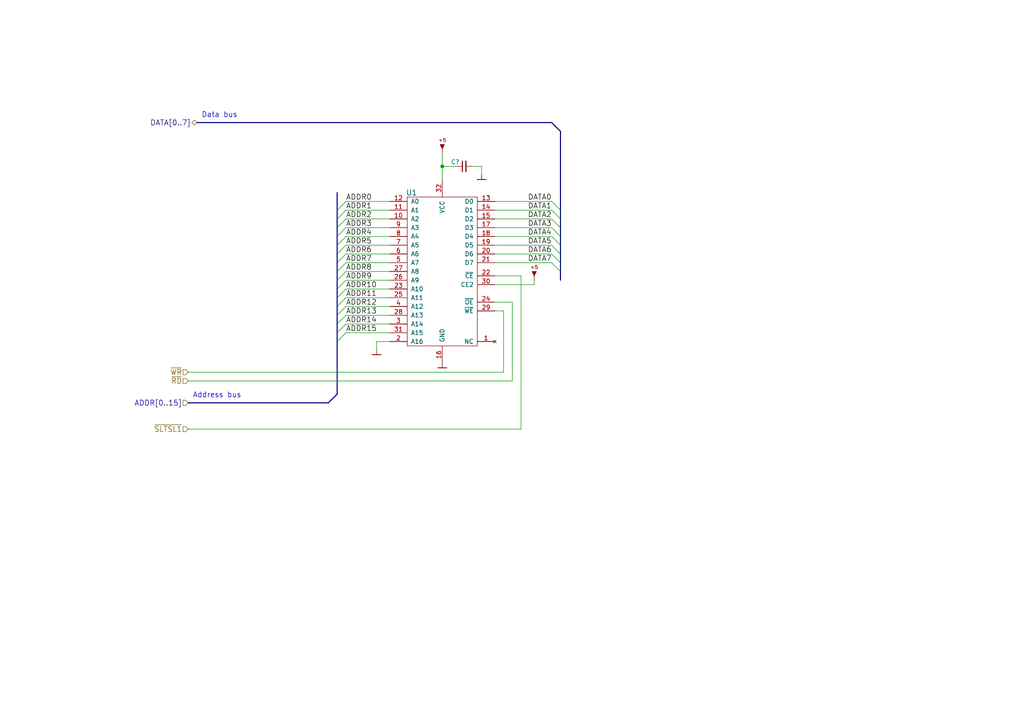
<source format=kicad_sch>
(kicad_sch (version 20211123) (generator eeschema)

  (uuid c3a69550-c4fa-45d1-9aba-0bba47699cca)

  (paper "A4")

  (lib_symbols
    (symbol "artemisa:AS6C1008" (pin_names (offset 1.016)) (in_bom yes) (on_board yes)
      (property "Reference" "U" (id 0) (at -8.89 22.86 0)
        (effects (font (size 1.524 1.524)))
      )
      (property "Value" "AS6C1008" (id 1) (at 12.7 22.86 0)
        (effects (font (size 1.524 1.524)))
      )
      (property "Footprint" "" (id 2) (at 0 -3.81 0)
        (effects (font (size 1.524 1.524)) hide)
      )
      (property "Datasheet" "" (id 3) (at 0 -3.81 0)
        (effects (font (size 1.524 1.524)) hide)
      )
      (symbol "AS6C1008_0_1"
        (rectangle (start -10.16 20.32) (end 10.16 -22.86)
          (stroke (width 0) (type default) (color 0 0 0 0))
          (fill (type none))
        )
      )
      (symbol "AS6C1008_1_1"
        (pin no_connect line (at 15.24 -21.59 180) (length 5.08)
          (name "NC" (effects (font (size 1.27 1.27))))
          (number "1" (effects (font (size 1.27 1.27))))
        )
        (pin input line (at -15.24 13.97 0) (length 5.08)
          (name "A2" (effects (font (size 1.27 1.27))))
          (number "10" (effects (font (size 1.27 1.27))))
        )
        (pin input line (at -15.24 16.51 0) (length 5.08)
          (name "A1" (effects (font (size 1.27 1.27))))
          (number "11" (effects (font (size 1.27 1.27))))
        )
        (pin input line (at -15.24 19.05 0) (length 5.08)
          (name "A0" (effects (font (size 1.27 1.27))))
          (number "12" (effects (font (size 1.27 1.27))))
        )
        (pin bidirectional line (at 15.24 19.05 180) (length 5.08)
          (name "D0" (effects (font (size 1.27 1.27))))
          (number "13" (effects (font (size 1.27 1.27))))
        )
        (pin bidirectional line (at 15.24 16.51 180) (length 5.08)
          (name "D1" (effects (font (size 1.27 1.27))))
          (number "14" (effects (font (size 1.27 1.27))))
        )
        (pin bidirectional line (at 15.24 13.97 180) (length 5.08)
          (name "D2" (effects (font (size 1.27 1.27))))
          (number "15" (effects (font (size 1.27 1.27))))
        )
        (pin power_in line (at 0 -27.94 90) (length 5.08)
          (name "GND" (effects (font (size 1.27 1.27))))
          (number "16" (effects (font (size 1.27 1.27))))
        )
        (pin bidirectional line (at 15.24 11.43 180) (length 5.08)
          (name "D3" (effects (font (size 1.27 1.27))))
          (number "17" (effects (font (size 1.27 1.27))))
        )
        (pin bidirectional line (at 15.24 8.89 180) (length 5.08)
          (name "D4" (effects (font (size 1.27 1.27))))
          (number "18" (effects (font (size 1.27 1.27))))
        )
        (pin bidirectional line (at 15.24 6.35 180) (length 5.08)
          (name "D5" (effects (font (size 1.27 1.27))))
          (number "19" (effects (font (size 1.27 1.27))))
        )
        (pin input line (at -15.24 -21.59 0) (length 5.08)
          (name "A16" (effects (font (size 1.27 1.27))))
          (number "2" (effects (font (size 1.27 1.27))))
        )
        (pin bidirectional line (at 15.24 3.81 180) (length 5.08)
          (name "D6" (effects (font (size 1.27 1.27))))
          (number "20" (effects (font (size 1.27 1.27))))
        )
        (pin bidirectional line (at 15.24 1.27 180) (length 5.08)
          (name "D7" (effects (font (size 1.27 1.27))))
          (number "21" (effects (font (size 1.27 1.27))))
        )
        (pin input line (at 15.24 -2.54 180) (length 5.08)
          (name "~{CE}" (effects (font (size 1.27 1.27))))
          (number "22" (effects (font (size 1.27 1.27))))
        )
        (pin input line (at -15.24 -6.35 0) (length 5.08)
          (name "A10" (effects (font (size 1.27 1.27))))
          (number "23" (effects (font (size 1.27 1.27))))
        )
        (pin input line (at 15.24 -10.16 180) (length 5.08)
          (name "~{OE}" (effects (font (size 1.27 1.27))))
          (number "24" (effects (font (size 1.27 1.27))))
        )
        (pin input line (at -15.24 -8.89 0) (length 5.08)
          (name "A11" (effects (font (size 1.27 1.27))))
          (number "25" (effects (font (size 1.27 1.27))))
        )
        (pin input line (at -15.24 -3.81 0) (length 5.08)
          (name "A9" (effects (font (size 1.27 1.27))))
          (number "26" (effects (font (size 1.27 1.27))))
        )
        (pin input line (at -15.24 -1.27 0) (length 5.08)
          (name "A8" (effects (font (size 1.27 1.27))))
          (number "27" (effects (font (size 1.27 1.27))))
        )
        (pin input line (at -15.24 -13.97 0) (length 5.08)
          (name "A13" (effects (font (size 1.27 1.27))))
          (number "28" (effects (font (size 1.27 1.27))))
        )
        (pin input line (at 15.24 -12.7 180) (length 5.08)
          (name "~{WE}" (effects (font (size 1.27 1.27))))
          (number "29" (effects (font (size 1.27 1.27))))
        )
        (pin input line (at -15.24 -16.51 0) (length 5.08)
          (name "A14" (effects (font (size 1.27 1.27))))
          (number "3" (effects (font (size 1.27 1.27))))
        )
        (pin input line (at 15.24 -5.08 180) (length 5.08)
          (name "CE2" (effects (font (size 1.27 1.27))))
          (number "30" (effects (font (size 1.27 1.27))))
        )
        (pin input line (at -15.24 -19.05 0) (length 5.08)
          (name "A15" (effects (font (size 1.27 1.27))))
          (number "31" (effects (font (size 1.27 1.27))))
        )
        (pin power_in line (at 0 25.4 270) (length 5.08)
          (name "VCC" (effects (font (size 1.27 1.27))))
          (number "32" (effects (font (size 1.27 1.27))))
        )
        (pin input line (at -15.24 -11.43 0) (length 5.08)
          (name "A12" (effects (font (size 1.27 1.27))))
          (number "4" (effects (font (size 1.27 1.27))))
        )
        (pin input line (at -15.24 1.27 0) (length 5.08)
          (name "A7" (effects (font (size 1.27 1.27))))
          (number "5" (effects (font (size 1.27 1.27))))
        )
        (pin input line (at -15.24 3.81 0) (length 5.08)
          (name "A6" (effects (font (size 1.27 1.27))))
          (number "6" (effects (font (size 1.27 1.27))))
        )
        (pin input line (at -15.24 6.35 0) (length 5.08)
          (name "A5" (effects (font (size 1.27 1.27))))
          (number "7" (effects (font (size 1.27 1.27))))
        )
        (pin input line (at -15.24 8.89 0) (length 5.08)
          (name "A4" (effects (font (size 1.27 1.27))))
          (number "8" (effects (font (size 1.27 1.27))))
        )
        (pin input line (at -15.24 11.43 0) (length 5.08)
          (name "A3" (effects (font (size 1.27 1.27))))
          (number "9" (effects (font (size 1.27 1.27))))
        )
      )
    )
    (symbol "artemisa:Cap" (pin_numbers hide) (pin_names (offset 0.254) hide) (in_bom yes) (on_board yes)
      (property "Reference" "C" (id 0) (at 0.254 1.778 0)
        (effects (font (size 1.27 1.27)) (justify left))
      )
      (property "Value" "Cap" (id 1) (at 0.254 -2.032 0)
        (effects (font (size 1.27 1.27)) (justify left))
      )
      (property "Footprint" "" (id 2) (at 0 0 0)
        (effects (font (size 1.27 1.27)) hide)
      )
      (property "Datasheet" "" (id 3) (at 0 0 0)
        (effects (font (size 1.27 1.27)) hide)
      )
      (property "ki_fp_filters" "C_*" (id 4) (at 0 0 0)
        (effects (font (size 1.27 1.27)) hide)
      )
      (symbol "Cap_0_1"
        (polyline
          (pts
            (xy -1.524 -0.508)
            (xy 1.524 -0.508)
          )
          (stroke (width 0.3302) (type default) (color 0 0 0 0))
          (fill (type none))
        )
        (polyline
          (pts
            (xy -1.524 0.508)
            (xy 1.524 0.508)
          )
          (stroke (width 0.3048) (type default) (color 0 0 0 0))
          (fill (type none))
        )
      )
      (symbol "Cap_1_1"
        (pin passive line (at 0 2.54 270) (length 2.032)
          (name "~" (effects (font (size 1.27 1.27))))
          (number "1" (effects (font (size 1.27 1.27))))
        )
        (pin passive line (at 0 -2.54 90) (length 2.032)
          (name "~" (effects (font (size 1.27 1.27))))
          (number "2" (effects (font (size 1.27 1.27))))
        )
      )
    )
    (symbol "artemisa:GND" (power) (pin_numbers hide) (pin_names (offset 0) hide) (in_bom yes) (on_board yes)
      (property "Reference" "#PWR" (id 0) (at 0 -2.54 0)
        (effects (font (size 1.524 1.524)) hide)
      )
      (property "Value" "GND" (id 1) (at 0 2.54 0)
        (effects (font (size 1.524 1.524)) hide)
      )
      (property "Footprint" "" (id 2) (at 0 0 0)
        (effects (font (size 1.524 1.524)) hide)
      )
      (property "Datasheet" "" (id 3) (at 0 0 0)
        (effects (font (size 1.524 1.524)) hide)
      )
      (symbol "GND_0_1"
        (polyline
          (pts
            (xy -1.27 -1.27)
            (xy 1.27 -1.27)
          )
          (stroke (width 0.254) (type default) (color 0 0 0 0))
          (fill (type none))
        )
      )
      (symbol "GND_1_1"
        (pin power_in line (at 0 0 270) (length 1.27)
          (name "GND" (effects (font (size 1.27 1.27))))
          (number "~" (effects (font (size 1.27 1.27))))
        )
      )
    )
    (symbol "artemisa:VCC" (power) (pin_numbers hide) (pin_names (offset 0) hide) (in_bom yes) (on_board yes)
      (property "Reference" "#PWR" (id 0) (at 0 -1.27 0)
        (effects (font (size 1.524 1.524)) hide)
      )
      (property "Value" "VCC" (id 1) (at 0 6.35 0)
        (effects (font (size 1.524 1.524)) hide)
      )
      (property "Footprint" "" (id 2) (at 0 0 0)
        (effects (font (size 1.524 1.524)) hide)
      )
      (property "Datasheet" "" (id 3) (at 0 0 0)
        (effects (font (size 1.524 1.524)) hide)
      )
      (symbol "VCC_0_0"
        (text "+5" (at 0 3.81 0)
          (effects (font (size 1.016 1.016)))
        )
      )
      (symbol "VCC_0_1"
        (polyline
          (pts
            (xy 0 1.27)
            (xy 0.635 2.54)
            (xy -0.635 2.54)
            (xy 0 1.27)
          )
          (stroke (width 0) (type default) (color 0 0 0 0))
          (fill (type outline))
        )
      )
      (symbol "VCC_1_1"
        (pin power_in line (at 0 0 90) (length 1.27)
          (name "~" (effects (font (size 1.27 1.27))))
          (number "~" (effects (font (size 1.27 1.27))))
        )
      )
    )
  )

  (junction (at 128.27 48.26) (diameter 0) (color 0 0 0 0)
    (uuid 3f96e159-1f3b-4ee7-a46e-e60d78f2137a)
  )

  (bus_entry (at 160.02 76.2) (size 2.54 2.54)
    (stroke (width 0) (type default) (color 0 0 0 0))
    (uuid 0a1d0cbe-85ab-4f0f-b3b1-fcef21dfb600)
  )
  (bus_entry (at 162.56 71.12) (size -2.54 -2.54)
    (stroke (width 0) (type default) (color 0 0 0 0))
    (uuid 0c544a8c-9f45-4205-9bca-1d91c95d58ef)
  )
  (bus_entry (at 97.79 78.74) (size 2.54 -2.54)
    (stroke (width 0) (type default) (color 0 0 0 0))
    (uuid 2028d85e-9e27-4758-8c0b-559fad072813)
  )
  (bus_entry (at 97.79 86.36) (size 2.54 -2.54)
    (stroke (width 0) (type default) (color 0 0 0 0))
    (uuid 49488c82-6277-4d05-a051-6a9df142c373)
  )
  (bus_entry (at 97.79 93.98) (size 2.54 -2.54)
    (stroke (width 0) (type default) (color 0 0 0 0))
    (uuid 5eb16f0d-ef1e-4549-97a1-19cd06ad7236)
  )
  (bus_entry (at 100.33 93.98) (size -2.54 2.54)
    (stroke (width 0) (type default) (color 0 0 0 0))
    (uuid 6762c669-2824-49a2-8bd4-3f19091dd75a)
  )
  (bus_entry (at 97.79 99.06) (size 2.54 -2.54)
    (stroke (width 0) (type default) (color 0 0 0 0))
    (uuid 9a595c4c-9ac1-4ae3-8ff3-1b7f2281a894)
  )
  (bus_entry (at 97.79 91.44) (size 2.54 -2.54)
    (stroke (width 0) (type default) (color 0 0 0 0))
    (uuid 9cacb6ad-6bbf-4ffe-b0a4-2df24045e046)
  )
  (bus_entry (at 97.79 73.66) (size 2.54 -2.54)
    (stroke (width 0) (type default) (color 0 0 0 0))
    (uuid 9e2492fd-e074-42db-8129-fe39460dc1e0)
  )
  (bus_entry (at 97.79 76.2) (size 2.54 -2.54)
    (stroke (width 0) (type default) (color 0 0 0 0))
    (uuid a48f5fff-52e4-4ae8-8faa-7084c7ae8a28)
  )
  (bus_entry (at 97.79 60.96) (size 2.54 -2.54)
    (stroke (width 0) (type default) (color 0 0 0 0))
    (uuid a9d76dfc-52ba-46de-beb4-dab7b94ee663)
  )
  (bus_entry (at 162.56 68.58) (size -2.54 -2.54)
    (stroke (width 0) (type default) (color 0 0 0 0))
    (uuid bb5d2eae-a96e-45dd-89aa-125fe22cc2fa)
  )
  (bus_entry (at 97.79 88.9) (size 2.54 -2.54)
    (stroke (width 0) (type default) (color 0 0 0 0))
    (uuid be5a7017-fe9d-43ea-9a6a-8fe8deb78420)
  )
  (bus_entry (at 97.79 83.82) (size 2.54 -2.54)
    (stroke (width 0) (type default) (color 0 0 0 0))
    (uuid c20aea50-e9e4-4978-b938-d613d445aab7)
  )
  (bus_entry (at 162.56 63.5) (size -2.54 -2.54)
    (stroke (width 0) (type default) (color 0 0 0 0))
    (uuid c37d3f0c-41ec-4928-8869-febc821c6326)
  )
  (bus_entry (at 162.56 73.66) (size -2.54 -2.54)
    (stroke (width 0) (type default) (color 0 0 0 0))
    (uuid cd50b8dc-829d-4a1d-8f2a-6471f378ba87)
  )
  (bus_entry (at 162.56 76.2) (size -2.54 -2.54)
    (stroke (width 0) (type default) (color 0 0 0 0))
    (uuid d1441985-7b63-4bf8-a06d-c70da2e3b78b)
  )
  (bus_entry (at 97.79 63.5) (size 2.54 -2.54)
    (stroke (width 0) (type default) (color 0 0 0 0))
    (uuid d9cf2d61-3126-40fe-a66d-ae5145f94be8)
  )
  (bus_entry (at 97.79 66.04) (size 2.54 -2.54)
    (stroke (width 0) (type default) (color 0 0 0 0))
    (uuid df5c9f6b-a62e-44ba-997f-b2cf3279c7d4)
  )
  (bus_entry (at 97.79 68.58) (size 2.54 -2.54)
    (stroke (width 0) (type default) (color 0 0 0 0))
    (uuid e04b8c10-725b-4bde-8cbf-66bfea5053e6)
  )
  (bus_entry (at 97.79 81.28) (size 2.54 -2.54)
    (stroke (width 0) (type default) (color 0 0 0 0))
    (uuid e0d7c1d9-102e-4758-a8b7-ff248f1ce315)
  )
  (bus_entry (at 162.56 60.96) (size -2.54 -2.54)
    (stroke (width 0) (type default) (color 0 0 0 0))
    (uuid ea77ba09-319a-49bd-ad5b-49f4c76f232c)
  )
  (bus_entry (at 97.79 71.12) (size 2.54 -2.54)
    (stroke (width 0) (type default) (color 0 0 0 0))
    (uuid f4aae365-6c70-41da-9253-52b239e8f5e6)
  )
  (bus_entry (at 162.56 66.04) (size -2.54 -2.54)
    (stroke (width 0) (type default) (color 0 0 0 0))
    (uuid facb0614-068b-4c9c-a466-d374df96a94c)
  )

  (bus (pts (xy 97.79 99.06) (xy 97.79 114.3))
    (stroke (width 0) (type default) (color 0 0 0 0))
    (uuid 020fd0ad-bd2d-4e06-933b-071e53d0bd21)
  )
  (bus (pts (xy 97.79 91.44) (xy 97.79 93.98))
    (stroke (width 0) (type default) (color 0 0 0 0))
    (uuid 11a364a0-8d31-431e-8b25-ceb35237b885)
  )

  (wire (pts (xy 128.27 48.26) (xy 132.08 48.26))
    (stroke (width 0) (type default) (color 0 0 0 0))
    (uuid 18d3014d-7089-41b5-ab03-53cc0a265580)
  )
  (bus (pts (xy 97.79 86.36) (xy 97.79 88.9))
    (stroke (width 0) (type default) (color 0 0 0 0))
    (uuid 1af2914c-4be8-475a-8589-caf6b4c3e0ae)
  )

  (wire (pts (xy 143.51 90.17) (xy 146.05 90.17))
    (stroke (width 0) (type default) (color 0 0 0 0))
    (uuid 232ccf4f-3322-4e62-990b-290e6ff36fcd)
  )
  (wire (pts (xy 100.33 81.28) (xy 113.03 81.28))
    (stroke (width 0) (type default) (color 0 0 0 0))
    (uuid 251669f2-aed1-46fe-b2e4-9582ff1e4084)
  )
  (wire (pts (xy 160.02 60.96) (xy 143.51 60.96))
    (stroke (width 0) (type default) (color 0 0 0 0))
    (uuid 2681e64d-bedc-4e1f-87d2-754aaa485bbd)
  )
  (bus (pts (xy 97.79 114.3) (xy 95.25 116.84))
    (stroke (width 0) (type default) (color 0 0 0 0))
    (uuid 2a891096-042c-4004-b161-8bd2c0b59fd7)
  )
  (bus (pts (xy 162.56 60.96) (xy 162.56 63.5))
    (stroke (width 0) (type default) (color 0 0 0 0))
    (uuid 2da2b35e-fda1-484d-b0a3-ffd88fcf83e8)
  )

  (wire (pts (xy 100.33 86.36) (xy 113.03 86.36))
    (stroke (width 0) (type default) (color 0 0 0 0))
    (uuid 311665d9-0fab-4325-8b46-f3638bf521df)
  )
  (wire (pts (xy 100.33 83.82) (xy 113.03 83.82))
    (stroke (width 0) (type default) (color 0 0 0 0))
    (uuid 3198b8ca-7d11-4e0c-89a4-c173f9fcf724)
  )
  (bus (pts (xy 97.79 55.88) (xy 97.79 60.96))
    (stroke (width 0) (type default) (color 0 0 0 0))
    (uuid 348dc703-3cab-4547-b664-e8b335a6083c)
  )

  (wire (pts (xy 139.7 48.26) (xy 137.16 48.26))
    (stroke (width 0) (type default) (color 0 0 0 0))
    (uuid 34a11a07-8b7f-45d2-96e3-89fd43e62756)
  )
  (wire (pts (xy 100.33 68.58) (xy 113.03 68.58))
    (stroke (width 0) (type default) (color 0 0 0 0))
    (uuid 3656bb3f-f8a4-4f3a-8e9a-ec6203c87a56)
  )
  (bus (pts (xy 162.56 73.66) (xy 162.56 76.2))
    (stroke (width 0) (type default) (color 0 0 0 0))
    (uuid 3759ef51-a358-4e64-b33b-579b81274c8b)
  )

  (wire (pts (xy 160.02 73.66) (xy 143.51 73.66))
    (stroke (width 0) (type default) (color 0 0 0 0))
    (uuid 3b9c5ffd-e59b-402d-8c5e-052f7ca643a4)
  )
  (wire (pts (xy 109.22 99.06) (xy 109.22 101.6))
    (stroke (width 0) (type default) (color 0 0 0 0))
    (uuid 3c121a93-b189-409b-a104-2bdd37ff0b51)
  )
  (wire (pts (xy 100.33 88.9) (xy 113.03 88.9))
    (stroke (width 0) (type default) (color 0 0 0 0))
    (uuid 3c3e06bd-c8bb-4ec8-84e0-f7f9437909b3)
  )
  (wire (pts (xy 100.33 76.2) (xy 113.03 76.2))
    (stroke (width 0) (type default) (color 0 0 0 0))
    (uuid 3c646c61-400f-4f60-98b8-05ed5e632a3f)
  )
  (wire (pts (xy 139.7 50.8) (xy 139.7 48.26))
    (stroke (width 0) (type default) (color 0 0 0 0))
    (uuid 41b4f8c6-4973-4fc7-9118-d582bc7f31e7)
  )
  (wire (pts (xy 54.61 107.95) (xy 146.05 107.95))
    (stroke (width 0) (type default) (color 0 0 0 0))
    (uuid 42b61d5b-39d6-462b-b2cc-57656078085f)
  )
  (wire (pts (xy 100.33 63.5) (xy 113.03 63.5))
    (stroke (width 0) (type default) (color 0 0 0 0))
    (uuid 49d97c73-e37a-4154-9d0a-88037e40cc11)
  )
  (bus (pts (xy 97.79 73.66) (xy 97.79 76.2))
    (stroke (width 0) (type default) (color 0 0 0 0))
    (uuid 4e0e0a7b-af34-4e88-ae9b-2f3f183beb60)
  )
  (bus (pts (xy 162.56 66.04) (xy 162.56 68.58))
    (stroke (width 0) (type default) (color 0 0 0 0))
    (uuid 4f926a51-5226-43cc-9957-25202b8286cb)
  )

  (wire (pts (xy 160.02 71.12) (xy 143.51 71.12))
    (stroke (width 0) (type default) (color 0 0 0 0))
    (uuid 4fb2577d-2e1c-480c-9060-124510b35053)
  )
  (bus (pts (xy 97.79 81.28) (xy 97.79 83.82))
    (stroke (width 0) (type default) (color 0 0 0 0))
    (uuid 560363b2-f1f5-4f4e-a01c-b944d8cc7821)
  )
  (bus (pts (xy 97.79 63.5) (xy 97.79 66.04))
    (stroke (width 0) (type default) (color 0 0 0 0))
    (uuid 57e89710-4035-4fce-b4ab-3eb33fbf297d)
  )
  (bus (pts (xy 97.79 60.96) (xy 97.79 63.5))
    (stroke (width 0) (type default) (color 0 0 0 0))
    (uuid 5915437d-3d33-40dc-bddd-7a4b3a8695a3)
  )

  (wire (pts (xy 154.94 82.55) (xy 143.51 82.55))
    (stroke (width 0) (type default) (color 0 0 0 0))
    (uuid 59e09498-d26e-4ba7-b47d-fece2ea7c274)
  )
  (bus (pts (xy 162.56 78.74) (xy 162.56 81.28))
    (stroke (width 0) (type default) (color 0 0 0 0))
    (uuid 5bc3b26b-97af-443e-88ec-f1e480af5ab0)
  )
  (bus (pts (xy 97.79 83.82) (xy 97.79 86.36))
    (stroke (width 0) (type default) (color 0 0 0 0))
    (uuid 5cc6d770-b491-48db-80e1-a31881bdc80d)
  )

  (wire (pts (xy 100.33 91.44) (xy 113.03 91.44))
    (stroke (width 0) (type default) (color 0 0 0 0))
    (uuid 5eedf685-0df3-4da8-aded-0e6ed1cb2507)
  )
  (wire (pts (xy 128.27 44.45) (xy 128.27 48.26))
    (stroke (width 0) (type default) (color 0 0 0 0))
    (uuid 662bafcb-dcfb-4471-a8a9-f5c777fdf249)
  )
  (bus (pts (xy 97.79 76.2) (xy 97.79 78.74))
    (stroke (width 0) (type default) (color 0 0 0 0))
    (uuid 686b705f-3684-4570-911d-2cd72fefbdbe)
  )

  (wire (pts (xy 160.02 66.04) (xy 143.51 66.04))
    (stroke (width 0) (type default) (color 0 0 0 0))
    (uuid 6b6d35dc-fa1d-46c5-87c0-b0652011059d)
  )
  (wire (pts (xy 143.51 63.5) (xy 160.02 63.5))
    (stroke (width 0) (type default) (color 0 0 0 0))
    (uuid 6b8c153e-62fe-42fb-aa7f-caef740ef6fd)
  )
  (wire (pts (xy 143.51 87.63) (xy 148.59 87.63))
    (stroke (width 0) (type default) (color 0 0 0 0))
    (uuid 6d7ff8c0-8a2a-4636-844f-c7210ff3e6f2)
  )
  (bus (pts (xy 162.56 38.1) (xy 160.02 35.56))
    (stroke (width 0) (type default) (color 0 0 0 0))
    (uuid 771145ed-2e00-4172-ac95-37a36c6a35ce)
  )

  (wire (pts (xy 128.27 48.26) (xy 128.27 52.07))
    (stroke (width 0) (type default) (color 0 0 0 0))
    (uuid 77aa6db5-9b8d-4983-b88e-30fe5af25975)
  )
  (wire (pts (xy 154.94 81.28) (xy 154.94 82.55))
    (stroke (width 0) (type default) (color 0 0 0 0))
    (uuid 7943ed8c-e760-4ace-9c5f-baf5589fae39)
  )
  (wire (pts (xy 100.33 78.74) (xy 113.03 78.74))
    (stroke (width 0) (type default) (color 0 0 0 0))
    (uuid 8aeda7bd-b078-427a-a185-d5bc595c6436)
  )
  (wire (pts (xy 100.33 60.96) (xy 113.03 60.96))
    (stroke (width 0) (type default) (color 0 0 0 0))
    (uuid 9505be36-b21c-4db8-9484-dd0861395d26)
  )
  (wire (pts (xy 100.33 66.04) (xy 113.03 66.04))
    (stroke (width 0) (type default) (color 0 0 0 0))
    (uuid 961b4579-9ee8-407a-89a7-81f36f1ad865)
  )
  (bus (pts (xy 97.79 68.58) (xy 97.79 71.12))
    (stroke (width 0) (type default) (color 0 0 0 0))
    (uuid 970d452e-0d6e-457f-9ba4-3c0630e216dc)
  )
  (bus (pts (xy 97.79 71.12) (xy 97.79 73.66))
    (stroke (width 0) (type default) (color 0 0 0 0))
    (uuid 9994c4c6-47d1-4ef0-b938-b5690fdc29dc)
  )
  (bus (pts (xy 95.25 116.84) (xy 54.61 116.84))
    (stroke (width 0) (type default) (color 0 0 0 0))
    (uuid 9b07d532-5f76-4469-8dbf-25ac27eef589)
  )

  (wire (pts (xy 151.13 80.01) (xy 151.13 124.46))
    (stroke (width 0) (type default) (color 0 0 0 0))
    (uuid a22bec73-a69c-4ab7-8d8d-f6a6b09f925f)
  )
  (bus (pts (xy 160.02 35.56) (xy 57.15 35.56))
    (stroke (width 0) (type default) (color 0 0 0 0))
    (uuid a26bdee6-0e16-4ea6-87f7-fb32c714896e)
  )
  (bus (pts (xy 162.56 76.2) (xy 162.56 78.74))
    (stroke (width 0) (type default) (color 0 0 0 0))
    (uuid a42a2024-e3b5-49be-a857-760197edaacf)
  )
  (bus (pts (xy 97.79 66.04) (xy 97.79 68.58))
    (stroke (width 0) (type default) (color 0 0 0 0))
    (uuid a966cc50-e3cb-495c-a79b-6ec88d834960)
  )

  (wire (pts (xy 148.59 87.63) (xy 148.59 110.49))
    (stroke (width 0) (type default) (color 0 0 0 0))
    (uuid b44c0167-50fe-4c67-94fb-5ce2e6f52544)
  )
  (bus (pts (xy 162.56 71.12) (xy 162.56 73.66))
    (stroke (width 0) (type default) (color 0 0 0 0))
    (uuid b69519ee-5035-4725-9f32-90c7cfdb2f78)
  )

  (wire (pts (xy 146.05 90.17) (xy 146.05 107.95))
    (stroke (width 0) (type default) (color 0 0 0 0))
    (uuid bd29b6d3-a58c-4b1f-9c20-de4efb708ab2)
  )
  (wire (pts (xy 151.13 80.01) (xy 143.51 80.01))
    (stroke (width 0) (type default) (color 0 0 0 0))
    (uuid bf8d857b-70bf-41ee-a068-5771461e04e9)
  )
  (bus (pts (xy 97.79 88.9) (xy 97.79 91.44))
    (stroke (width 0) (type default) (color 0 0 0 0))
    (uuid c21aac6a-b524-482d-8502-14ec07c89028)
  )

  (wire (pts (xy 54.61 124.46) (xy 151.13 124.46))
    (stroke (width 0) (type default) (color 0 0 0 0))
    (uuid c6462399-f2e4-4f1a-b34a-b49a04c8bdb9)
  )
  (wire (pts (xy 113.03 99.06) (xy 109.22 99.06))
    (stroke (width 0) (type default) (color 0 0 0 0))
    (uuid c7f7bd58-1ebd-40fd-a39d-a95530a751b6)
  )
  (wire (pts (xy 143.51 58.42) (xy 160.02 58.42))
    (stroke (width 0) (type default) (color 0 0 0 0))
    (uuid c811ed5f-f509-4605-b7d3-da6f79935a1e)
  )
  (wire (pts (xy 160.02 68.58) (xy 143.51 68.58))
    (stroke (width 0) (type default) (color 0 0 0 0))
    (uuid d035bb7a-e806-42f2-ba95-a390d279aef1)
  )
  (bus (pts (xy 162.56 68.58) (xy 162.56 71.12))
    (stroke (width 0) (type default) (color 0 0 0 0))
    (uuid d190d7a3-7bf5-42db-8c6f-15b2790a1189)
  )
  (bus (pts (xy 162.56 38.1) (xy 162.56 60.96))
    (stroke (width 0) (type default) (color 0 0 0 0))
    (uuid d6040293-95f0-436a-938c-ad69875a4be8)
  )

  (wire (pts (xy 100.33 73.66) (xy 113.03 73.66))
    (stroke (width 0) (type default) (color 0 0 0 0))
    (uuid d70d1cd3-1668-4688-8eb7-f773efb7bb87)
  )
  (bus (pts (xy 97.79 96.52) (xy 97.79 99.06))
    (stroke (width 0) (type default) (color 0 0 0 0))
    (uuid dc542a74-3cf6-4d42-8438-45e8782471ea)
  )

  (wire (pts (xy 54.61 110.49) (xy 148.59 110.49))
    (stroke (width 0) (type default) (color 0 0 0 0))
    (uuid dd2d59b3-ddef-491f-bb57-eb3d3820bdeb)
  )
  (bus (pts (xy 97.79 93.98) (xy 97.79 96.52))
    (stroke (width 0) (type default) (color 0 0 0 0))
    (uuid dffcf68d-1dc4-432b-936a-b761a573d792)
  )

  (wire (pts (xy 100.33 96.52) (xy 113.03 96.52))
    (stroke (width 0) (type default) (color 0 0 0 0))
    (uuid ea28e946-b74f-4ba8-ac7b-b1884c5e7296)
  )
  (wire (pts (xy 100.33 58.42) (xy 113.03 58.42))
    (stroke (width 0) (type default) (color 0 0 0 0))
    (uuid ea4f0afc-785b-40cf-8ef1-cbe20404c18b)
  )
  (wire (pts (xy 100.33 71.12) (xy 113.03 71.12))
    (stroke (width 0) (type default) (color 0 0 0 0))
    (uuid eb6a726e-fed9-4891-95fa-b4d4a5f77b35)
  )
  (bus (pts (xy 162.56 63.5) (xy 162.56 66.04))
    (stroke (width 0) (type default) (color 0 0 0 0))
    (uuid f0565a46-1cb7-47ed-968c-18708859f551)
  )

  (wire (pts (xy 143.51 76.2) (xy 160.02 76.2))
    (stroke (width 0) (type default) (color 0 0 0 0))
    (uuid f08895dc-4dcb-4aef-a39b-5a08864cdaaf)
  )
  (bus (pts (xy 97.79 78.74) (xy 97.79 81.28))
    (stroke (width 0) (type default) (color 0 0 0 0))
    (uuid fbdc63e1-c554-4671-b0ed-f93dd16f3e69)
  )

  (wire (pts (xy 100.33 93.98) (xy 113.03 93.98))
    (stroke (width 0) (type default) (color 0 0 0 0))
    (uuid fc4f0835-889b-4d2e-876e-ca524c79ae62)
  )

  (text "Data bus" (at 58.42 34.29 0)
    (effects (font (size 1.524 1.524)) (justify left bottom))
    (uuid 3fa05934-8ad1-40a9-af5c-98ad298eb412)
  )
  (text "Address bus" (at 55.88 115.57 0)
    (effects (font (size 1.524 1.524)) (justify left bottom))
    (uuid b7b00984-6ab1-482e-b4b4-67cac44d44da)
  )

  (label "ADDR13" (at 100.33 91.44 0)
    (effects (font (size 1.524 1.524)) (justify left bottom))
    (uuid 044de712-d3da-40ed-9c9f-d91ef285c74c)
  )
  (label "DATA5" (at 160.02 71.12 180)
    (effects (font (size 1.524 1.524)) (justify right bottom))
    (uuid 0a5610bb-d01a-4417-8271-dc424dd2c838)
  )
  (label "ADDR14" (at 100.33 93.98 0)
    (effects (font (size 1.524 1.524)) (justify left bottom))
    (uuid 0b110cbc-e477-4bdc-9c81-26a3d588d354)
  )
  (label "DATA2" (at 160.02 63.5 180)
    (effects (font (size 1.524 1.524)) (justify right bottom))
    (uuid 1cb64bfe-d819-47e3-be11-515b04f2c451)
  )
  (label "ADDR2" (at 100.33 63.5 0)
    (effects (font (size 1.524 1.524)) (justify left bottom))
    (uuid 22c28634-55a5-4f76-9217-6b70ddd108b8)
  )
  (label "ADDR10" (at 100.33 83.82 0)
    (effects (font (size 1.524 1.524)) (justify left bottom))
    (uuid 234e1024-0b7f-410c-90bb-bae43af1eb25)
  )
  (label "ADDR5" (at 100.33 71.12 0)
    (effects (font (size 1.524 1.524)) (justify left bottom))
    (uuid 3335d379-08d8-4469-9fa1-495ed5a43fba)
  )
  (label "DATA7" (at 160.02 76.2 180)
    (effects (font (size 1.524 1.524)) (justify right bottom))
    (uuid 42ecdba3-f348-4384-8d4b-cd21e56f3613)
  )
  (label "ADDR3" (at 100.33 66.04 0)
    (effects (font (size 1.524 1.524)) (justify left bottom))
    (uuid 4d2fd49e-2cb2-44d4-8935-68488970d97b)
  )
  (label "DATA0" (at 160.02 58.42 180)
    (effects (font (size 1.524 1.524)) (justify right bottom))
    (uuid 60d26b83-9c3a-4edb-93ef-ab3d9d05e8cb)
  )
  (label "ADDR0" (at 100.33 58.42 0)
    (effects (font (size 1.524 1.524)) (justify left bottom))
    (uuid 74012f9c-57f0-452a-9ea1-1e3437e264b8)
  )
  (label "ADDR12" (at 100.33 88.9 0)
    (effects (font (size 1.524 1.524)) (justify left bottom))
    (uuid 83e349fb-6338-43f9-ad3f-2e7f4b8bb4a9)
  )
  (label "ADDR15" (at 100.33 96.52 0)
    (effects (font (size 1.524 1.524)) (justify left bottom))
    (uuid 94c3d0e3-d7fb-421d-bbb4-5c800d76c809)
  )
  (label "ADDR6" (at 100.33 73.66 0)
    (effects (font (size 1.524 1.524)) (justify left bottom))
    (uuid 9640e044-e4b2-4c33-9e1c-1d9894a69337)
  )
  (label "DATA3" (at 160.02 66.04 180)
    (effects (font (size 1.524 1.524)) (justify right bottom))
    (uuid 9f4abbc0-6ac3-48f0-b823-2c1c19349540)
  )
  (label "ADDR11" (at 100.33 86.36 0)
    (effects (font (size 1.524 1.524)) (justify left bottom))
    (uuid aae6bc05-6036-4fc6-8be7-c70daf5c8932)
  )
  (label "DATA1" (at 160.02 60.96 180)
    (effects (font (size 1.524 1.524)) (justify right bottom))
    (uuid ae158d42-76cc-4911-a621-4cc28931c98b)
  )
  (label "ADDR1" (at 100.33 60.96 0)
    (effects (font (size 1.524 1.524)) (justify left bottom))
    (uuid cfdef906-c924-4492-999d-4de066c0bce1)
  )
  (label "DATA4" (at 160.02 68.58 180)
    (effects (font (size 1.524 1.524)) (justify right bottom))
    (uuid d5f4d798-57d3-493b-b57c-3b6e89508879)
  )
  (label "ADDR8" (at 100.33 78.74 0)
    (effects (font (size 1.524 1.524)) (justify left bottom))
    (uuid e0b0947e-ec91-4d8a-8663-5a112b0a8541)
  )
  (label "DATA6" (at 160.02 73.66 180)
    (effects (font (size 1.524 1.524)) (justify right bottom))
    (uuid e4504518-96e7-4c9e-8457-7273f5a490f1)
  )
  (label "ADDR4" (at 100.33 68.58 0)
    (effects (font (size 1.524 1.524)) (justify left bottom))
    (uuid f220d6a7-3170-4e04-8de6-2df0c3962fe0)
  )
  (label "ADDR9" (at 100.33 81.28 0)
    (effects (font (size 1.524 1.524)) (justify left bottom))
    (uuid fcfb3f77-487d-44de-bd4e-948fbeca3220)
  )
  (label "ADDR7" (at 100.33 76.2 0)
    (effects (font (size 1.524 1.524)) (justify left bottom))
    (uuid fd29cce5-2d5d-4676-956a-df49a3c13d23)
  )

  (hierarchical_label "~{RD}" (shape input) (at 54.61 110.49 180)
    (effects (font (size 1.524 1.524)) (justify right))
    (uuid 2ba25c40-ea42-478e-9150-1d94fa1c8ae9)
  )
  (hierarchical_label "DATA[0..7]" (shape bidirectional) (at 57.15 35.56 180)
    (effects (font (size 1.524 1.524)) (justify right))
    (uuid 5a33f5a4-a470-4c04-9e2d-532b5f01a5d6)
  )
  (hierarchical_label "ADDR[0..15]" (shape input) (at 54.61 116.84 180)
    (effects (font (size 1.524 1.524)) (justify right))
    (uuid 765684c2-53b3-4ef7-bd1b-7a4a73d87b76)
  )
  (hierarchical_label "~{WR}" (shape input) (at 54.61 107.95 180)
    (effects (font (size 1.524 1.524)) (justify right))
    (uuid acb6c3f3-e677-4f35-9fc2-138ba10f33af)
  )
  (hierarchical_label "~{SLTSL1}" (shape input) (at 54.61 124.46 180)
    (effects (font (size 1.524 1.524)) (justify right))
    (uuid b7ac5cea-ed28-4028-87d0-45e58c709cf1)
  )

  (symbol (lib_id "artemisa:GND") (at 128.27 105.41 0) (unit 1)
    (in_bom yes) (on_board yes)
    (uuid 00000000-0000-0000-0000-00005be3951a)
    (property "Reference" "#PWR05" (id 0) (at 128.27 107.95 0)
      (effects (font (size 1.524 1.524)) hide)
    )
    (property "Value" "" (id 1) (at 128.27 102.87 0)
      (effects (font (size 1.524 1.524)) hide)
    )
    (property "Footprint" "" (id 2) (at 128.27 105.41 0)
      (effects (font (size 1.524 1.524)) hide)
    )
    (property "Datasheet" "" (id 3) (at 128.27 105.41 0)
      (effects (font (size 1.524 1.524)) hide)
    )
    (pin "~" (uuid c3c0c2d5-f711-466e-ac12-378fa93d8683))
  )

  (symbol (lib_id "artemisa:VCC") (at 128.27 44.45 0) (unit 1)
    (in_bom yes) (on_board yes)
    (uuid 00000000-0000-0000-0000-00005be39569)
    (property "Reference" "#PWR01" (id 0) (at 128.27 45.72 0)
      (effects (font (size 1.524 1.524)) hide)
    )
    (property "Value" "" (id 1) (at 128.27 38.1 0)
      (effects (font (size 1.524 1.524)) hide)
    )
    (property "Footprint" "" (id 2) (at 128.27 44.45 0)
      (effects (font (size 1.524 1.524)) hide)
    )
    (property "Datasheet" "" (id 3) (at 128.27 44.45 0)
      (effects (font (size 1.524 1.524)) hide)
    )
    (pin "~" (uuid 21fe163d-5c16-42b5-8408-6e6165b7b3e7))
  )

  (symbol (lib_id "artemisa:Cap") (at 134.62 48.26 90) (unit 1)
    (in_bom yes) (on_board yes)
    (uuid 00000000-0000-0000-0000-00005db3d8d9)
    (property "Reference" "C?" (id 0) (at 133.35 46.99 90)
      (effects (font (size 1.27 1.27)) (justify left))
    )
    (property "Value" "" (id 1) (at 142.24 46.99 90)
      (effects (font (size 1.27 1.27)) (justify left))
    )
    (property "Footprint" "" (id 2) (at 134.62 48.26 0)
      (effects (font (size 1.27 1.27)) hide)
    )
    (property "Datasheet" "" (id 3) (at 134.62 48.26 0)
      (effects (font (size 1.27 1.27)) hide)
    )
    (pin "1" (uuid 30834466-df1e-45cc-9752-de058ac1c411))
    (pin "2" (uuid c41543a3-3bad-4682-9e5f-797025664df0))
  )

  (symbol (lib_id "artemisa:GND") (at 139.7 50.8 0) (unit 1)
    (in_bom yes) (on_board yes)
    (uuid 00000000-0000-0000-0000-00005db43e0f)
    (property "Reference" "#PWR03" (id 0) (at 139.7 53.34 0)
      (effects (font (size 1.524 1.524)) hide)
    )
    (property "Value" "" (id 1) (at 139.7 48.26 0)
      (effects (font (size 1.524 1.524)) hide)
    )
    (property "Footprint" "" (id 2) (at 139.7 50.8 0)
      (effects (font (size 1.524 1.524)) hide)
    )
    (property "Datasheet" "" (id 3) (at 139.7 50.8 0)
      (effects (font (size 1.524 1.524)) hide)
    )
    (pin "~" (uuid c73c7613-9204-490f-8db2-c65c1d852fa6))
  )

  (symbol (lib_id "artemisa:AS6C1008") (at 128.27 77.47 0) (unit 1)
    (in_bom yes) (on_board yes)
    (uuid 00000000-0000-0000-0000-00005eede461)
    (property "Reference" "U1" (id 0) (at 119.38 55.88 0)
      (effects (font (size 1.524 1.524)))
    )
    (property "Value" "" (id 1) (at 119.38 102.87 0)
      (effects (font (size 1.524 1.524)))
    )
    (property "Footprint" "" (id 2) (at 128.27 81.28 0)
      (effects (font (size 1.524 1.524)) hide)
    )
    (property "Datasheet" "" (id 3) (at 128.27 81.28 0)
      (effects (font (size 1.524 1.524)) hide)
    )
    (pin "1" (uuid 3ada789a-8253-4c52-ac20-d30b9efe4f49))
    (pin "10" (uuid a4ccff6b-8aca-4df0-a4d8-195b1f165632))
    (pin "11" (uuid f5879ab2-b938-41a3-ab1b-ec5c0551f7a8))
    (pin "12" (uuid 340a1653-d3fe-441a-a00c-6fadb8816e05))
    (pin "13" (uuid fc065095-462f-46ee-8772-8e3d563d5f93))
    (pin "14" (uuid 5341f75f-445e-45d6-8d7c-693459db4b8f))
    (pin "15" (uuid 135e3642-358a-4af8-829a-e9d8d5db6f15))
    (pin "16" (uuid 378e526d-5a27-490c-9809-30a858151ca1))
    (pin "17" (uuid d26c0188-a8c0-40f8-947a-e0efe65dd5bd))
    (pin "18" (uuid ee2b5b55-18f1-44b0-8eb7-645cdcfe2722))
    (pin "19" (uuid 46331abf-ef2b-44f7-8e7b-2addf2a04973))
    (pin "2" (uuid dc50a505-bdbb-49e4-a166-7ad91ea76a60))
    (pin "20" (uuid 398ac0ce-a6d7-46e9-b0d2-f38a583f93bc))
    (pin "21" (uuid 4b680c6f-6bf5-42bc-954e-399a8095278c))
    (pin "22" (uuid 4274c955-0ff2-4ffd-b308-32c7740d7229))
    (pin "23" (uuid 2da0c218-f525-488e-ae52-b37371a9c8c4))
    (pin "24" (uuid 03180fc3-312d-4869-989b-36a0aa8fbbab))
    (pin "25" (uuid 8ebf6100-3981-45dc-a269-6504480f2134))
    (pin "26" (uuid 6d63f474-3068-4498-806c-b83853047f41))
    (pin "27" (uuid 116d155f-066d-4394-8897-f470a7ea739b))
    (pin "28" (uuid a659890f-c262-401d-95e1-315d3cf4375a))
    (pin "29" (uuid cb7d7a60-c3f6-41de-9a14-1e4dd5641c3a))
    (pin "3" (uuid ac8d1beb-8064-452d-b2a7-337a1c8f4c29))
    (pin "30" (uuid f5322e2e-cac3-432e-bda8-0a4cf8376319))
    (pin "31" (uuid 69f84cd4-9488-4b2f-b15f-3d9e11632cf3))
    (pin "32" (uuid d3a8e1a9-d4d6-43c3-a281-bf9d31297aeb))
    (pin "4" (uuid 5760e242-d884-4525-b413-5cdf8762836e))
    (pin "5" (uuid 22ce5f01-00e9-4ddd-a65e-815d60dce969))
    (pin "6" (uuid 65778b97-4bd1-4830-a540-c2ec5320ce4e))
    (pin "7" (uuid 19cf3f75-846d-40c4-99e9-986cfa896c10))
    (pin "8" (uuid 7290aba7-9701-4a7f-9efd-a4c38f1a6ef8))
    (pin "9" (uuid 0a523061-715f-43ef-b1dd-3d745a3e7e1d))
  )

  (symbol (lib_id "artemisa:VCC") (at 154.94 81.28 0) (unit 1)
    (in_bom yes) (on_board yes)
    (uuid 00000000-0000-0000-0000-00005eef1db6)
    (property "Reference" "#PWR02" (id 0) (at 154.94 82.55 0)
      (effects (font (size 1.524 1.524)) hide)
    )
    (property "Value" "" (id 1) (at 154.94 74.93 0)
      (effects (font (size 1.524 1.524)) hide)
    )
    (property "Footprint" "" (id 2) (at 154.94 81.28 0)
      (effects (font (size 1.524 1.524)) hide)
    )
    (property "Datasheet" "" (id 3) (at 154.94 81.28 0)
      (effects (font (size 1.524 1.524)) hide)
    )
    (pin "~" (uuid a623f881-bf21-4f21-bf99-f5c7db3a5968))
  )

  (symbol (lib_id "artemisa:GND") (at 109.22 101.6 0) (unit 1)
    (in_bom yes) (on_board yes)
    (uuid 00000000-0000-0000-0000-00005eef6f51)
    (property "Reference" "#PWR04" (id 0) (at 109.22 104.14 0)
      (effects (font (size 1.524 1.524)) hide)
    )
    (property "Value" "" (id 1) (at 109.22 99.06 0)
      (effects (font (size 1.524 1.524)) hide)
    )
    (property "Footprint" "" (id 2) (at 109.22 101.6 0)
      (effects (font (size 1.524 1.524)) hide)
    )
    (property "Datasheet" "" (id 3) (at 109.22 101.6 0)
      (effects (font (size 1.524 1.524)) hide)
    )
    (pin "~" (uuid 3be24049-710e-4c21-b592-150779e27859))
  )
)

</source>
